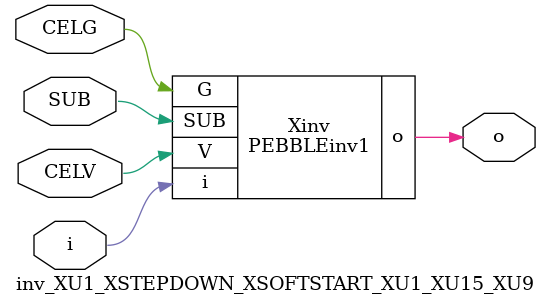
<source format=v>



module PEBBLEinv1 ( o, G, SUB, V, i );

  input V;
  input i;
  input G;
  output o;
  input SUB;
endmodule

//Celera Confidential Do Not Copy inv_XU1_XSTEPDOWN_XSOFTSTART_XU1_XU15_XU9
//Celera Confidential Symbol Generator
//5V Inverter
module inv_XU1_XSTEPDOWN_XSOFTSTART_XU1_XU15_XU9 (CELV,CELG,i,o,SUB);
input CELV;
input CELG;
input i;
input SUB;
output o;

//Celera Confidential Do Not Copy inv
PEBBLEinv1 Xinv(
.V (CELV),
.i (i),
.o (o),
.SUB (SUB),
.G (CELG)
);
//,diesize,PEBBLEinv1

//Celera Confidential Do Not Copy Module End
//Celera Schematic Generator
endmodule

</source>
